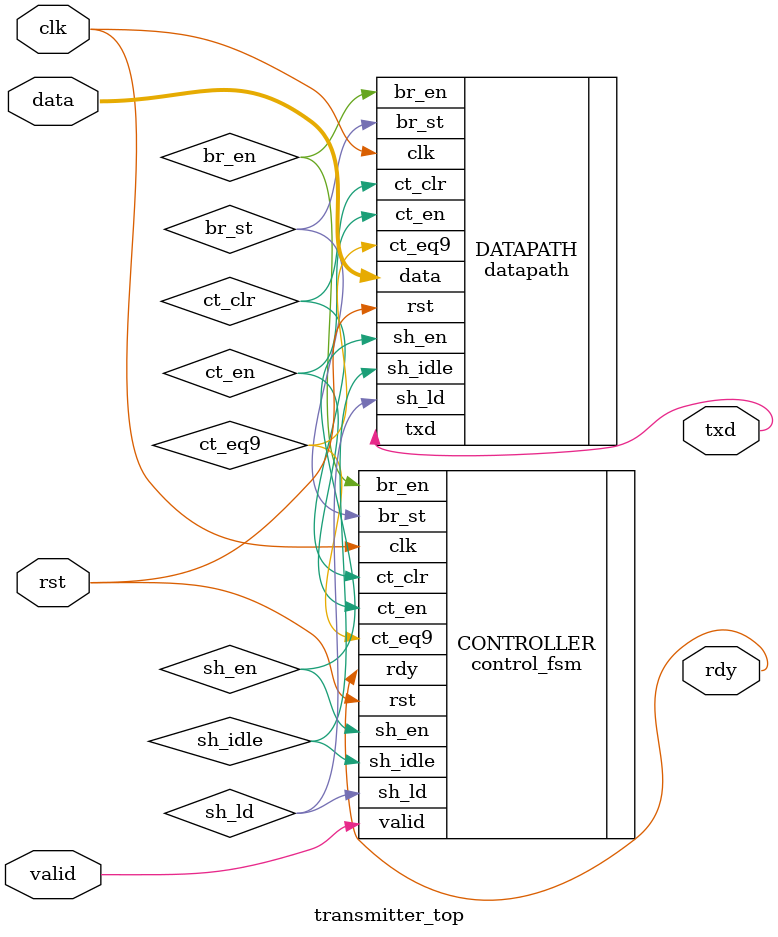
<source format=sv>
`timescale 1ns / 1ps


module transmitter_top(
    input logic clk , rst, valid,
    input logic [7:0] data,
    output logic txd, rdy

    );
      parameter BAUD_RATE = 9600;
      

    logic sh_ld, sh_idle, sh_en, br_st,ct_clr, ct_en, ct_eq9;

    control_fsm CONTROLLER(.valid(valid), .clk(clk), .ct_eq9(ct_eq9), .rst(rst), .br_en(br_en), .rdy(rdy), .sh_ld(sh_ld), .sh_idle(sh_idle), .sh_en(sh_en), .br_st(br_st), .ct_clr(ct_clr), .ct_en(ct_en));
    datapath #(.BAUD_RATE(BAUD_RATE)) DATAPATH (.sh_ld(sh_ld), .sh_idle(sh_idle), .sh_en(sh_en), .br_st(br_st), .ct_clr(ct_clr), .clk(clk), .rst(rst), .ct_en(ct_en), .data(data),.ct_eq9(ct_eq9), .txd(txd), .br_en(br_en));
endmodule

</source>
